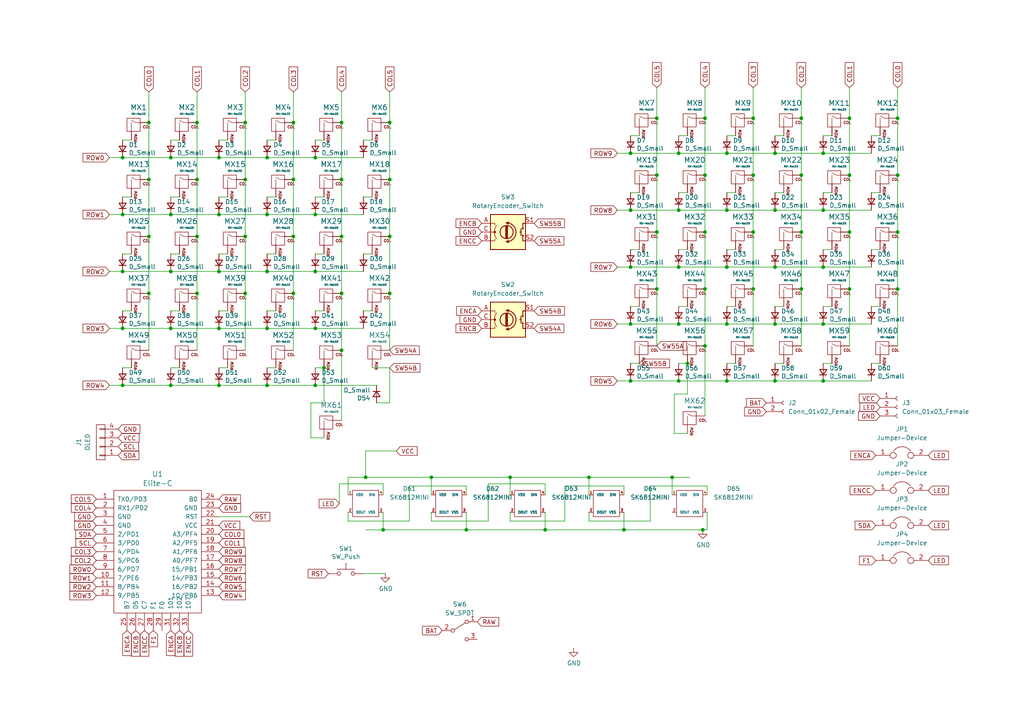
<source format=kicad_sch>
(kicad_sch (version 20211123) (generator eeschema)
  (paper "A4")
  (junction (at 260.35 50.8))
  (junction (at 77.47 62.23))
  (junction (at 85.09 52.07))
  (junction (at 49.53 111.76))
  (junction (at 224.79 60.96))
  (junction (at 194.945 138.43))
  (junction (at 246.38 67.31))
  (junction (at 180.975 153.67))
  (junction (at 147.955 138.43))
  (junction (at 113.03 85.09))
  (junction (at 246.38 50.8))
  (junction (at 210.82 93.98))
  (junction (at 77.47 95.25))
  (junction (at 196.85 60.96))
  (junction (at 71.12 85.09))
  (junction (at 49.53 95.25))
  (junction (at 35.56 111.76))
  (junction (at 77.47 45.72))
  (junction (at 232.41 67.31))
  (junction (at 43.18 35.56))
  (junction (at 260.35 67.31))
  (junction (at 238.76 44.45))
  (junction (at 85.09 68.58))
  (junction (at 63.5 62.23))
  (junction (at 196.85 44.45))
  (junction (at 113.03 68.58))
  (junction (at 204.47 34.29))
  (junction (at 199.39 105.41))
  (junction (at 125.095 138.43))
  (junction (at 63.5 111.76))
  (junction (at 204.47 50.8))
  (junction (at 196.85 77.47))
  (junction (at 35.56 62.23))
  (junction (at 158.115 153.67))
  (junction (at 182.88 60.96))
  (junction (at 35.56 78.74))
  (junction (at 182.88 77.47))
  (junction (at 238.76 93.98))
  (junction (at 190.5 67.31))
  (junction (at 190.5 34.29))
  (junction (at 63.5 95.25))
  (junction (at 63.5 45.72))
  (junction (at 77.47 78.74))
  (junction (at 85.09 85.09))
  (junction (at 35.56 45.72))
  (junction (at 203.835 153.67))
  (junction (at 210.82 110.49))
  (junction (at 182.88 93.98))
  (junction (at 170.815 138.43))
  (junction (at 135.255 153.67))
  (junction (at 113.03 35.56))
  (junction (at 93.98 106.68))
  (junction (at 91.44 111.76))
  (junction (at 91.44 95.25))
  (junction (at 218.44 67.31))
  (junction (at 238.76 110.49))
  (junction (at 49.53 62.23))
  (junction (at 224.79 110.49))
  (junction (at 210.82 77.47))
  (junction (at 71.12 52.07))
  (junction (at 260.35 34.29))
  (junction (at 91.44 45.72))
  (junction (at 260.35 83.82))
  (junction (at 210.82 60.96))
  (junction (at 57.15 85.09))
  (junction (at 71.12 35.56))
  (junction (at 99.06 52.07))
  (junction (at 57.15 35.56))
  (junction (at 43.18 52.07))
  (junction (at 91.44 78.74))
  (junction (at 238.76 60.96))
  (junction (at 77.47 111.76))
  (junction (at 99.06 35.56))
  (junction (at 57.15 52.07))
  (junction (at 218.44 83.82))
  (junction (at 49.53 45.72))
  (junction (at 204.47 83.82))
  (junction (at 196.85 110.49))
  (junction (at 218.44 34.29))
  (junction (at 85.09 35.56))
  (junction (at 182.88 44.45))
  (junction (at 113.03 52.07))
  (junction (at 57.15 68.58))
  (junction (at 232.41 34.29))
  (junction (at 190.5 83.82))
  (junction (at 238.76 77.47))
  (junction (at 196.85 93.98))
  (junction (at 71.12 68.58))
  (junction (at 43.18 85.09))
  (junction (at 99.06 101.6))
  (junction (at 99.06 68.58))
  (junction (at 182.88 110.49))
  (junction (at 91.44 62.23))
  (junction (at 218.44 50.8))
  (junction (at 43.18 68.58))
  (junction (at 224.79 93.98))
  (junction (at 232.41 83.82))
  (junction (at 232.41 50.8))
  (junction (at 204.47 67.31))
  (junction (at 204.47 100.33))
  (junction (at 246.38 83.82))
  (junction (at 224.79 44.45))
  (junction (at 246.38 34.29))
  (junction (at 99.06 85.09))
  (junction (at 49.53 78.74))
  (junction (at 224.79 77.47))
  (junction (at 210.82 44.45))
  (junction (at 111.125 153.67))
  (junction (at 63.5 78.74))
  (junction (at 35.56 95.25))
  (junction (at 106.045 138.43))
  (junction (at 190.5 50.8))
  (wire (pts (xy 194.945 138.43) (xy 194.945 143.51)))
  (wire (pts (xy 43.18 35.56) (xy 43.18 52.07)))
  (wire (pts (xy 35.56 62.23) (xy 49.53 62.23)))
  (wire (pts (xy 90.17 127) (xy 90.17 116.84)))
  (wire (pts (xy 232.41 25.4) (xy 232.41 34.29)))
  (wire (pts (xy 35.56 78.74) (xy 49.53 78.74)))
  (wire (pts (xy 98.425 146.05) (xy 98.425 140.335)))
  (wire (pts (xy 204.47 50.8) (xy 204.47 67.31)))
  (wire (pts (xy 196.85 88.9) (xy 199.39 88.9)))
  (wire (pts (xy 125.095 138.43) (xy 147.955 138.43)))
  (wire (pts (xy 49.53 45.72) (xy 63.5 45.72)))
  (wire (pts (xy 190.5 67.31) (xy 190.5 83.82)))
  (wire (pts (xy 90.17 116.84) (xy 93.98 116.84)))
  (wire (pts (xy 43.18 85.09) (xy 43.18 101.6)))
  (wire (pts (xy 91.44 62.23) (xy 105.41 62.23)))
  (wire (pts (xy 71.12 85.09) (xy 71.12 101.6)))
  (wire (pts (xy 158.115 153.67) (xy 180.975 153.67)))
  (wire (pts (xy 77.47 90.17) (xy 80.01 90.17)))
  (wire (pts (xy 252.73 88.9) (xy 255.27 88.9)))
  (wire (pts (xy 179.07 93.98) (xy 182.88 93.98)))
  (wire (pts (xy 204.47 67.31) (xy 204.47 83.82)))
  (wire (pts (xy 49.53 78.74) (xy 63.5 78.74)))
  (wire (pts (xy 63.5 62.23) (xy 77.47 62.23)))
  (wire (pts (xy 113.03 52.07) (xy 113.03 68.58)))
  (wire (pts (xy 260.35 67.31) (xy 260.35 83.82)))
  (wire (pts (xy 63.5 57.15) (xy 66.04 57.15)))
  (wire (pts (xy 35.56 95.25) (xy 49.53 95.25)))
  (wire (pts (xy 147.955 138.43) (xy 170.815 138.43)))
  (wire (pts (xy 85.09 35.56) (xy 85.09 52.07)))
  (wire (pts (xy 210.82 77.47) (xy 224.79 77.47)))
  (wire (pts (xy 238.76 39.37) (xy 241.3 39.37)))
  (wire (pts (xy 35.56 45.72) (xy 49.53 45.72)))
  (wire (pts (xy 85.09 26.67) (xy 85.09 35.56)))
  (wire (pts (xy 196.85 93.98) (xy 210.82 93.98)))
  (wire (pts (xy 100.965 148.59) (xy 100.965 151.13)))
  (wire (pts (xy 158.115 148.59) (xy 158.115 153.67)))
  (wire (pts (xy 99.06 101.6) (xy 99.06 121.92)))
  (wire (pts (xy 196.85 55.88) (xy 199.39 55.88)))
  (wire (pts (xy 246.38 25.4) (xy 246.38 34.29)))
  (wire (pts (xy 91.44 40.64) (xy 93.98 40.64)))
  (wire (pts (xy 85.09 68.58) (xy 85.09 85.09)))
  (wire (pts (xy 113.03 68.58) (xy 113.03 85.09)))
  (wire (pts (xy 260.35 83.82) (xy 260.35 100.33)))
  (wire (pts (xy 77.47 106.68) (xy 80.01 106.68)))
  (wire (pts (xy 232.41 34.29) (xy 232.41 50.8)))
  (wire (pts (xy 170.815 138.43) (xy 170.815 143.51)))
  (wire (pts (xy 232.41 50.8) (xy 232.41 67.31)))
  (wire (pts (xy 218.44 25.4) (xy 218.44 34.29)))
  (wire (pts (xy 182.88 39.37) (xy 185.42 39.37)))
  (wire (pts (xy 163.83 151.13) (xy 163.83 140.97)))
  (wire (pts (xy 238.76 93.98) (xy 252.73 93.98)))
  (wire (pts (xy 35.56 40.64) (xy 38.1 40.64)))
  (wire (pts (xy 182.88 105.41) (xy 185.42 105.41)))
  (wire (pts (xy 77.47 95.25) (xy 91.44 95.25)))
  (wire (pts (xy 190.5 34.29) (xy 190.5 50.8)))
  (wire (pts (xy 31.75 62.23) (xy 35.56 62.23)))
  (wire (pts (xy 111.125 148.59) (xy 111.125 153.67)))
  (wire (pts (xy 77.47 73.66) (xy 80.01 73.66)))
  (wire (pts (xy 135.255 153.67) (xy 158.115 153.67)))
  (wire (pts (xy 232.41 83.82) (xy 232.41 100.33)))
  (wire (pts (xy 246.38 34.29) (xy 246.38 50.8)))
  (wire (pts (xy 182.88 93.98) (xy 196.85 93.98)))
  (wire (pts (xy 188.595 140.97) (xy 205.105 140.97)))
  (wire (pts (xy 182.88 60.96) (xy 196.85 60.96)))
  (wire (pts (xy 238.76 77.47) (xy 252.73 77.47)))
  (wire (pts (xy 91.44 111.76) (xy 109.22 111.76)))
  (wire (pts (xy 205.105 148.59) (xy 205.105 153.67)))
  (wire (pts (xy 57.15 52.07) (xy 57.15 68.58)))
  (wire (pts (xy 113.03 106.68) (xy 107.95 106.68)))
  (wire (pts (xy 224.79 88.9) (xy 227.33 88.9)))
  (wire (pts (xy 224.79 44.45) (xy 238.76 44.45)))
  (wire (pts (xy 31.75 95.25) (xy 35.56 95.25)))
  (wire (pts (xy 49.53 111.76) (xy 63.5 111.76)))
  (wire (pts (xy 190.5 25.4) (xy 190.5 34.29)))
  (wire (pts (xy 125.095 138.43) (xy 125.095 143.51)))
  (wire (pts (xy 57.15 35.56) (xy 57.15 52.07)))
  (wire (pts (xy 77.47 57.15) (xy 80.01 57.15)))
  (wire (pts (xy 238.76 55.88) (xy 241.3 55.88)))
  (wire (pts (xy 199.39 105.41) (xy 199.39 114.3)))
  (wire (pts (xy 91.44 45.72) (xy 105.41 45.72)))
  (wire (pts (xy 180.975 140.97) (xy 180.975 143.51)))
  (wire (pts (xy 113.03 26.67) (xy 113.03 35.56)))
  (wire (pts (xy 141.605 151.13) (xy 141.605 140.335)))
  (wire (pts (xy 57.15 85.09) (xy 57.15 101.6)))
  (wire (pts (xy 106.045 153.67) (xy 111.125 153.67)))
  (wire (pts (xy 77.47 111.76) (xy 91.44 111.76)))
  (wire (pts (xy 182.88 72.39) (xy 185.42 72.39)))
  (wire (pts (xy 35.56 57.15) (xy 38.1 57.15)))
  (wire (pts (xy 182.88 44.45) (xy 196.85 44.45)))
  (wire (pts (xy 91.44 73.66) (xy 93.98 73.66)))
  (wire (pts (xy 49.53 40.64) (xy 52.07 40.64)))
  (wire (pts (xy 179.07 44.45) (xy 182.88 44.45)))
  (wire (pts (xy 105.41 73.66) (xy 107.95 73.66)))
  (wire (pts (xy 43.18 68.58) (xy 43.18 85.09)))
  (wire (pts (xy 180.975 148.59) (xy 180.975 153.67)))
  (wire (pts (xy 232.41 67.31) (xy 232.41 83.82)))
  (wire (pts (xy 49.53 106.68) (xy 52.07 106.68)))
  (wire (pts (xy 204.47 83.82) (xy 204.47 100.33)))
  (wire (pts (xy 210.82 39.37) (xy 213.36 39.37)))
  (wire (pts (xy 93.98 116.84) (xy 93.98 106.68)))
  (wire (pts (xy 63.5 78.74) (xy 77.47 78.74)))
  (wire (pts (xy 98.425 140.335) (xy 111.125 140.335)))
  (wire (pts (xy 147.955 151.13) (xy 163.83 151.13)))
  (wire (pts (xy 35.56 106.68) (xy 38.1 106.68)))
  (wire (pts (xy 158.115 140.335) (xy 158.115 143.51)))
  (wire (pts (xy 204.47 34.29) (xy 204.47 50.8)))
  (wire (pts (xy 196.85 39.37) (xy 199.39 39.37)))
  (wire (pts (xy 210.82 60.96) (xy 224.79 60.96)))
  (wire (pts (xy 190.5 83.82) (xy 190.5 100.33)))
  (wire (pts (xy 196.85 105.41) (xy 199.39 105.41)))
  (wire (pts (xy 252.73 55.88) (xy 255.27 55.88)))
  (wire (pts (xy 179.07 110.49) (xy 182.88 110.49)))
  (wire (pts (xy 210.82 88.9) (xy 213.36 88.9)))
  (wire (pts (xy 238.76 105.41) (xy 241.3 105.41)))
  (wire (pts (xy 63.5 95.25) (xy 77.47 95.25)))
  (wire (pts (xy 93.98 127) (xy 90.17 127)))
  (wire (pts (xy 63.5 149.86) (xy 72.39 149.86)))
  (wire (pts (xy 179.07 60.96) (xy 182.88 60.96)))
  (wire (pts (xy 195.58 125.73) (xy 199.39 125.73)))
  (wire (pts (xy 238.76 44.45) (xy 252.73 44.45)))
  (wire (pts (xy 71.12 52.07) (xy 71.12 68.58)))
  (wire (pts (xy 218.44 83.82) (xy 218.44 100.33)))
  (wire (pts (xy 49.53 62.23) (xy 63.5 62.23)))
  (wire (pts (xy 252.73 39.37) (xy 255.27 39.37)))
  (wire (pts (xy 105.41 57.15) (xy 107.95 57.15)))
  (wire (pts (xy 77.47 40.64) (xy 80.01 40.64)))
  (wire (pts (xy 99.06 68.58) (xy 99.06 85.09)))
  (wire (pts (xy 49.53 73.66) (xy 52.07 73.66)))
  (wire (pts (xy 49.53 95.25) (xy 63.5 95.25)))
  (wire (pts (xy 63.5 90.17) (xy 66.04 90.17)))
  (wire (pts (xy 43.18 52.07) (xy 43.18 68.58)))
  (wire (pts (xy 210.82 72.39) (xy 213.36 72.39)))
  (wire (pts (xy 210.82 110.49) (xy 224.79 110.49)))
  (wire (pts (xy 260.35 25.4) (xy 260.35 34.29)))
  (wire (pts (xy 182.88 77.47) (xy 196.85 77.47)))
  (wire (pts (xy 210.82 44.45) (xy 224.79 44.45)))
  (wire (pts (xy 163.83 140.97) (xy 180.975 140.97)))
  (wire (pts (xy 125.095 148.59) (xy 125.095 151.13)))
  (wire (pts (xy 91.44 57.15) (xy 93.98 57.15)))
  (wire (pts (xy 57.15 26.67) (xy 57.15 35.56)))
  (wire (pts (xy 246.38 83.82) (xy 246.38 100.33)))
  (wire (pts (xy 238.76 60.96) (xy 252.73 60.96)))
  (wire (pts (xy 63.5 73.66) (xy 66.04 73.66)))
  (wire (pts (xy 179.07 77.47) (xy 182.88 77.47)))
  (wire (pts (xy 218.44 50.8) (xy 218.44 67.31)))
  (wire (pts (xy 210.82 105.41) (xy 213.36 105.41)))
  (wire (pts (xy 190.5 50.8) (xy 190.5 67.31)))
  (wire (pts (xy 224.79 55.88) (xy 227.33 55.88)))
  (wire (pts (xy 224.79 110.49) (xy 238.76 110.49)))
  (wire (pts (xy 35.56 90.17) (xy 38.1 90.17)))
  (wire (pts (xy 71.12 35.56) (xy 71.12 52.07)))
  (wire (pts (xy 105.41 90.17) (xy 107.95 90.17)))
  (wire (pts (xy 194.945 138.43) (xy 200.025 138.43)))
  (wire (pts (xy 31.75 45.72) (xy 35.56 45.72)))
  (wire (pts (xy 99.06 35.56) (xy 99.06 52.07)))
  (wire (pts (xy 99.06 26.67) (xy 99.06 35.56)))
  (wire (pts (xy 77.47 78.74) (xy 91.44 78.74)))
  (wire (pts (xy 85.09 52.07) (xy 85.09 68.58)))
  (wire (pts (xy 260.35 50.8) (xy 260.35 67.31)))
  (wire (pts (xy 125.095 151.13) (xy 141.605 151.13)))
  (wire (pts (xy 170.815 148.59) (xy 170.815 151.13)))
  (wire (pts (xy 204.47 25.4) (xy 204.47 34.29)))
  (wire (pts (xy 49.53 57.15) (xy 52.07 57.15)))
  (wire (pts (xy 135.255 140.97) (xy 135.255 143.51)))
  (wire (pts (xy 182.88 110.49) (xy 196.85 110.49)))
  (wire (pts (xy 195.58 125.73) (xy 195.58 114.3)))
  (wire (pts (xy 224.79 105.41) (xy 227.33 105.41)))
  (wire (pts (xy 147.955 148.59) (xy 147.955 151.13)))
  (wire (pts (xy 252.73 105.41) (xy 255.27 105.41)))
  (wire (pts (xy 113.03 116.84) (xy 109.22 116.84)))
  (wire (pts (xy 246.38 50.8) (xy 246.38 67.31)))
  (wire (pts (xy 224.79 77.47) (xy 238.76 77.47)))
  (wire (pts (xy 205.105 140.97) (xy 205.105 143.51)))
  (wire (pts (xy 99.06 85.09) (xy 99.06 101.6)))
  (wire (pts (xy 49.53 90.17) (xy 52.07 90.17)))
  (wire (pts (xy 100.965 138.43) (xy 106.045 138.43)))
  (wire (pts (xy 118.745 140.97) (xy 135.255 140.97)))
  (wire (pts (xy 246.38 67.31) (xy 246.38 83.82)))
  (wire (pts (xy 141.605 140.335) (xy 158.115 140.335)))
  (wire (pts (xy 196.85 77.47) (xy 210.82 77.47)))
  (wire (pts (xy 180.975 153.67) (xy 203.835 153.67)))
  (wire (pts (xy 118.745 151.13) (xy 118.745 140.97)))
  (wire (pts (xy 111.125 153.67) (xy 135.255 153.67)))
  (wire (pts (xy 31.75 111.76) (xy 35.56 111.76)))
  (wire (pts (xy 224.79 72.39) (xy 227.33 72.39)))
  (wire (pts (xy 203.835 153.67) (xy 205.105 153.67)))
  (wire (pts (xy 63.5 45.72) (xy 77.47 45.72)))
  (wire (pts (xy 57.15 68.58) (xy 57.15 85.09)))
  (wire (pts (xy 113.03 85.09) (xy 113.03 101.6)))
  (wire (pts (xy 218.44 34.29) (xy 218.44 50.8)))
  (wire (pts (xy 210.82 93.98) (xy 224.79 93.98)))
  (wire (pts (xy 63.5 111.76) (xy 77.47 111.76)))
  (wire (pts (xy 105.41 166.37) (xy 111.76 166.37)))
  (wire (pts (xy 147.955 138.43) (xy 147.955 143.51)))
  (wire (pts (xy 170.815 138.43) (xy 194.945 138.43)))
  (wire (pts (xy 196.85 44.45) (xy 210.82 44.45)))
  (wire (pts (xy 260.35 34.29) (xy 260.35 50.8)))
  (wire (pts (xy 91.44 95.25) (xy 105.41 95.25)))
  (wire (pts (xy 196.85 72.39) (xy 199.39 72.39)))
  (wire (pts (xy 63.5 106.68) (xy 66.04 106.68)))
  (wire (pts (xy 106.045 130.81) (xy 106.045 138.43)))
  (wire (pts (xy 196.85 110.49) (xy 210.82 110.49)))
  (wire (pts (xy 135.255 148.59) (xy 135.255 153.67)))
  (wire (pts (xy 31.75 78.74) (xy 35.56 78.74)))
  (wire (pts (xy 170.815 151.13) (xy 188.595 151.13)))
  (wire (pts (xy 238.76 88.9) (xy 241.3 88.9)))
  (wire (pts (xy 182.88 88.9) (xy 185.42 88.9)))
  (wire (pts (xy 182.88 55.88) (xy 185.42 55.88)))
  (wire (pts (xy 252.73 72.39) (xy 255.27 72.39)))
  (wire (pts (xy 77.47 62.23) (xy 91.44 62.23)))
  (wire (pts (xy 77.47 45.72) (xy 91.44 45.72)))
  (wire (pts (xy 188.595 151.13) (xy 188.595 140.97)))
  (wire (pts (xy 195.58 114.3) (xy 199.39 114.3)))
  (wire (pts (xy 100.965 143.51) (xy 100.965 138.43)))
  (wire (pts (xy 85.09 85.09) (xy 85.09 101.6)))
  (wire (pts (xy 204.47 100.33) (xy 204.47 120.65)))
  (wire (pts (xy 224.79 39.37) (xy 227.33 39.37)))
  (wire (pts (xy 35.56 111.76) (xy 49.53 111.76)))
  (wire (pts (xy 43.18 26.67) (xy 43.18 35.56)))
  (wire (pts (xy 224.79 60.96) (xy 238.76 60.96)))
  (wire (pts (xy 71.12 26.67) (xy 71.12 35.56)))
  (wire (pts (xy 224.79 93.98) (xy 238.76 93.98)))
  (wire (pts (xy 91.44 90.17) (xy 93.98 90.17)))
  (wire (pts (xy 35.56 73.66) (xy 38.1 73.66)))
  (wire (pts (xy 113.03 106.68) (xy 113.03 116.84)))
  (wire (pts (xy 71.12 68.58) (xy 71.12 85.09)))
  (wire (pts (xy 218.44 67.31) (xy 218.44 83.82)))
  (wire (pts (xy 91.44 78.74) (xy 105.41 78.74)))
  (wire (pts (xy 100.965 151.13) (xy 118.745 151.13)))
  (wire (pts (xy 238.76 72.39) (xy 241.3 72.39)))
  (wire (pts (xy 63.5 40.64) (xy 66.04 40.64)))
  (wire (pts (xy 91.44 106.68) (xy 93.98 106.68)))
  (wire (pts (xy 99.06 52.07) (xy 99.06 68.58)))
  (wire (pts (xy 113.03 35.56) (xy 113.03 52.07)))
  (wire (pts (xy 105.41 40.64) (xy 107.95 40.64)))
  (wire (pts (xy 238.76 110.49) (xy 252.73 110.49)))
  (wire (pts (xy 114.935 130.81) (xy 106.045 130.81)))
  (wire (pts (xy 106.045 138.43) (xy 125.095 138.43)))
  (wire (pts (xy 210.82 55.88) (xy 213.36 55.88)))
  (wire (pts (xy 196.85 60.96) (xy 210.82 60.96)))
  (wire (pts (xy 111.125 140.335) (xy 111.125 143.51)))
  (global_label "RAW" (shape input) (at 138.43 180.34 0) (property "Intersheet References" "${INTERSHEET_REFS}" (effects hide)))
  (global_label "GND" (shape input) (at 255.27 120.65 180) (property "Intersheet References" "${INTERSHEET_REFS}" (effects hide)))
  (global_label "SW55A" (shape input) (at 154.94 69.85 0) (property "Intersheet References" "${INTERSHEET_REFS}" (effects hide)))
  (global_label "ENCC" (shape input) (at 139.7 69.85 180) (property "Intersheet References" "${INTERSHEET_REFS}" (effects hide)))
  (global_label "LED" (shape input) (at 269.24 162.56 0) (property "Intersheet References" "${INTERSHEET_REFS}" (effects hide)))
  (global_label "ROW1" (shape input) (at 27.94 167.64 180) (property "Intersheet References" "${INTERSHEET_REFS}" (effects hide)))
  (global_label "ROW3" (shape input) (at 31.75 95.25 180) (property "Intersheet References" "${INTERSHEET_REFS}" (effects hide)))
  (global_label "COL1" (shape input) (at 246.38 25.4 90) (property "Intersheet References" "${INTERSHEET_REFS}" (effects hide)))
  (global_label "GND" (shape input) (at 27.94 149.86 180) (property "Intersheet References" "${INTERSHEET_REFS}" (effects hide)))
  (global_label "SCL" (shape input) (at 34.29 129.54 0) (property "Intersheet References" "${INTERSHEET_REFS}" (effects hide)))
  (global_label "ENCA" (shape input) (at 139.7 90.17 180) (property "Intersheet References" "${INTERSHEET_REFS}" (effects hide)))
  (global_label "GND" (shape input) (at 222.25 119.38 180) (property "Intersheet References" "${INTERSHEET_REFS}" (effects hide)))
  (global_label "VCC" (shape input) (at 34.29 127 0) (property "Intersheet References" "${INTERSHEET_REFS}" (effects hide)))
  (global_label "SDA" (shape input) (at 27.94 154.94 180) (property "Intersheet References" "${INTERSHEET_REFS}" (effects hide)))
  (global_label "ENCC" (shape input) (at 54.61 182.88 270) (property "Intersheet References" "${INTERSHEET_REFS}" (effects hide)))
  (global_label "LED" (shape input) (at 98.425 146.05 180) (property "Intersheet References" "${INTERSHEET_REFS}" (effects hide)))
  (global_label "SDA" (shape input) (at 254 152.4 180) (property "Intersheet References" "${INTERSHEET_REFS}" (effects hide)))
  (global_label "COL1" (shape input) (at 63.5 157.48 0) (property "Intersheet References" "${INTERSHEET_REFS}" (effects hide)))
  (global_label "COL0" (shape input) (at 63.5 154.94 0) (property "Intersheet References" "${INTERSHEET_REFS}" (effects hide)))
  (global_label "RST" (shape input) (at 95.25 166.37 180) (property "Intersheet References" "${INTERSHEET_REFS}" (effects hide)))
  (global_label "VCC" (shape input) (at 114.935 130.81 0) (property "Intersheet References" "${INTERSHEET_REFS}" (effects hide)))
  (global_label "COL5" (shape input) (at 190.5 25.4 90) (property "Intersheet References" "${INTERSHEET_REFS}" (effects hide)))
  (global_label "ROW4" (shape input) (at 31.75 111.76 180) (property "Intersheet References" "${INTERSHEET_REFS}" (effects hide)))
  (global_label "SW55B" (shape input) (at 185.42 105.41 0) (property "Intersheet References" "${INTERSHEET_REFS}" (effects hide)))
  (global_label "ROW1" (shape input) (at 31.75 62.23 180) (property "Intersheet References" "${INTERSHEET_REFS}" (effects hide)))
  (global_label "BAT" (shape input) (at 222.25 116.84 180) (property "Intersheet References" "${INTERSHEET_REFS}" (effects hide)))
  (global_label "COL3" (shape input) (at 27.94 160.02 180) (property "Intersheet References" "${INTERSHEET_REFS}" (effects hide)))
  (global_label "ENCB" (shape input) (at 139.7 64.77 180) (property "Intersheet References" "${INTERSHEET_REFS}" (effects hide)))
  (global_label "LED" (shape input) (at 269.24 152.4 0) (property "Intersheet References" "${INTERSHEET_REFS}" (effects hide)))
  (global_label "ENCC" (shape input) (at 254 142.24 180) (property "Intersheet References" "${INTERSHEET_REFS}" (effects hide)))
  (global_label "GND" (shape input) (at 27.94 152.4 180) (property "Intersheet References" "${INTERSHEET_REFS}" (effects hide)))
  (global_label "SW55B" (shape input) (at 154.94 64.77 0) (property "Intersheet References" "${INTERSHEET_REFS}" (effects hide)))
  (global_label "F1" (shape input) (at 254 162.56 180) (property "Intersheet References" "${INTERSHEET_REFS}" (effects hide)))
  (global_label "LED" (shape input) (at 255.27 118.11 180) (property "Intersheet References" "${INTERSHEET_REFS}" (effects hide)))
  (global_label "SW54A" (shape input) (at 154.94 95.25 0) (property "Intersheet References" "${INTERSHEET_REFS}" (effects hide)))
  (global_label "SW55A" (shape input) (at 190.5 100.33 0) (property "Intersheet References" "${INTERSHEET_REFS}" (effects hide)))
  (global_label "ROW9" (shape input) (at 63.5 160.02 0) (property "Intersheet References" "${INTERSHEET_REFS}" (effects hide)))
  (global_label "ROW0" (shape input) (at 31.75 45.72 180) (property "Intersheet References" "${INTERSHEET_REFS}" (effects hide)))
  (global_label "ROW5" (shape input) (at 63.5 170.18 0) (property "Intersheet References" "${INTERSHEET_REFS}" (effects hide)))
  (global_label "ROW6" (shape input) (at 179.07 93.98 180) (property "Intersheet References" "${INTERSHEET_REFS}" (effects hide)))
  (global_label "RAW" (shape input) (at 63.5 144.78 0) (property "Intersheet References" "${INTERSHEET_REFS}" (effects hide)))
  (global_label "ROW4" (shape input) (at 63.5 172.72 0) (property "Intersheet References" "${INTERSHEET_REFS}" (effects hide)))
  (global_label "BAT" (shape input) (at 128.27 182.88 180) (property "Intersheet References" "${INTERSHEET_REFS}" (effects hide)))
  (global_label "ROW7" (shape input) (at 179.07 77.47 180) (property "Intersheet References" "${INTERSHEET_REFS}" (effects hide)))
  (global_label "RST" (shape input) (at 72.39 149.86 0) (property "Intersheet References" "${INTERSHEET_REFS}" (effects hide)))
  (global_label "ROW8" (shape input) (at 63.5 162.56 0) (property "Intersheet References" "${INTERSHEET_REFS}" (effects hide)))
  (global_label "LED" (shape input) (at 269.24 132.08 0) (property "Intersheet References" "${INTERSHEET_REFS}" (effects hide)))
  (global_label "SW54A" (shape input) (at 113.03 101.6 0) (property "Intersheet References" "${INTERSHEET_REFS}" (effects hide)))
  (global_label "COL2" (shape input) (at 71.12 26.67 90) (property "Intersheet References" "${INTERSHEET_REFS}" (effects hide)))
  (global_label "ROW5" (shape input) (at 179.07 110.49 180) (property "Intersheet References" "${INTERSHEET_REFS}" (effects hide)))
  (global_label "COL5" (shape input) (at 113.03 26.67 90) (property "Intersheet References" "${INTERSHEET_REFS}" (effects hide)))
  (global_label "ENCB" (shape input) (at 139.7 95.25 180) (property "Intersheet References" "${INTERSHEET_REFS}" (effects hide)))
  (global_label "COL0" (shape input) (at 260.35 25.4 90) (property "Intersheet References" "${INTERSHEET_REFS}" (effects hide)))
  (global_label "COL0" (shape input) (at 43.18 26.67 90) (property "Intersheet References" "${INTERSHEET_REFS}" (effects hide)))
  (global_label "ROW8" (shape input) (at 179.07 60.96 180) (property "Intersheet References" "${INTERSHEET_REFS}" (effects hide)))
  (global_label "F1" (shape input) (at 44.45 182.88 270) (property "Intersheet References" "${INTERSHEET_REFS}" (effects hide)))
  (global_label "COL4" (shape input) (at 99.06 26.67 90) (property "Intersheet References" "${INTERSHEET_REFS}" (effects hide)))
  (global_label "ENCA" (shape input) (at 49.53 182.88 270) (property "Intersheet References" "${INTERSHEET_REFS}" (effects hide)))
  (global_label "ENCB" (shape input) (at 52.07 182.88 270) (property "Intersheet References" "${INTERSHEET_REFS}" (effects hide)))
  (global_label "ENCC" (shape input) (at 41.91 182.88 270) (property "Intersheet References" "${INTERSHEET_REFS}" (effects hide)))
  (global_label "COL1" (shape input) (at 57.15 26.67 90) (property "Intersheet References" "${INTERSHEET_REFS}" (effects hide)))
  (global_label "SCL" (shape input) (at 27.94 157.48 180) (property "Intersheet References" "${INTERSHEET_REFS}" (effects hide)))
  (global_label "ENCB" (shape input) (at 39.37 182.88 270) (property "Intersheet References" "${INTERSHEET_REFS}" (effects hide)))
  (global_label "COL2" (shape input) (at 27.94 162.56 180) (property "Intersheet References" "${INTERSHEET_REFS}" (effects hide)))
  (global_label "COL3" (shape input) (at 218.44 25.4 90) (property "Intersheet References" "${INTERSHEET_REFS}" (effects hide)))
  (global_label "COL4" (shape input) (at 204.47 25.4 90) (property "Intersheet References" "${INTERSHEET_REFS}" (effects hide)))
  (global_label "ROW0" (shape input) (at 27.94 165.1 180) (property "Intersheet References" "${INTERSHEET_REFS}" (effects hide)))
  (global_label "ROW2" (shape input) (at 31.75 78.74 180) (property "Intersheet References" "${INTERSHEET_REFS}" (effects hide)))
  (global_label "ROW2" (shape input) (at 27.94 170.18 180) (property "Intersheet References" "${INTERSHEET_REFS}" (effects hide)))
  (global_label "GND" (shape input) (at 63.5 147.32 0) (property "Intersheet References" "${INTERSHEET_REFS}" (effects hide)))
  (global_label "SDA" (shape input) (at 34.29 132.08 0) (property "Intersheet References" "${INTERSHEET_REFS}" (effects hide)))
  (global_label "COL5" (shape input) (at 27.94 144.78 180) (property "Intersheet References" "${INTERSHEET_REFS}" (effects hide)))
  (global_label "ENCA" (shape input) (at 36.83 182.88 270) (property "Intersheet References" "${INTERSHEET_REFS}" (effects hide)))
  (global_label "GND" (shape input) (at 139.7 92.71 180) (property "Intersheet References" "${INTERSHEET_REFS}" (effects hide)))
  (global_label "ROW3" (shape input) (at 27.94 172.72 180) (property "Intersheet References" "${INTERSHEET_REFS}" (effects hide)))
  (global_label "LED" (shape input) (at 269.24 142.24 0) (property "Intersheet References" "${INTERSHEET_REFS}" (effects hide)))
  (global_label "COL4" (shape input) (at 27.94 147.32 180) (property "Intersheet References" "${INTERSHEET_REFS}" (effects hide)))
  (global_label "VCC" (shape input) (at 255.27 115.57 180) (property "Intersheet References" "${INTERSHEET_REFS}" (effects hide)))
  (global_label "ROW6" (shape input) (at 63.5 167.64 0) (property "Intersheet References" "${INTERSHEET_REFS}" (effects hide)))
  (global_label "VCC" (shape input) (at 63.5 152.4 0) (property "Intersheet References" "${INTERSHEET_REFS}" (effects hide)))
  (global_label "ROW7" (shape input) (at 63.5 165.1 0) (property "Intersheet References" "${INTERSHEET_REFS}" (effects hide)))
  (global_label "GND" (shape input) (at 34.29 124.46 0) (property "Intersheet References" "${INTERSHEET_REFS}" (effects hide)))
  (global_label "COL3" (shape input) (at 85.09 26.67 90) (property "Intersheet References" "${INTERSHEET_REFS}" (effects hide)))
  (global_label "SW54B" (shape input) (at 154.94 90.17 0) (property "Intersheet References" "${INTERSHEET_REFS}" (effects hide)))
  (global_label "COL2" (shape input) (at 232.41 25.4 90) (property "Intersheet References" "${INTERSHEET_REFS}" (effects hide)))
  (global_label "GND" (shape input) (at 139.7 67.31 180) (property "Intersheet References" "${INTERSHEET_REFS}" (effects hide)))
  (global_label "SW54B" (shape input) (at 113.03 106.68 0) (property "Intersheet References" "${INTERSHEET_REFS}" (effects hide)))
  (global_label "ROW9" (shape input) (at 179.07 44.45 180) (property "Intersheet References" "${INTERSHEET_REFS}" (effects hide)))
  (global_label "ENCA" (shape input) (at 254 132.08 180) (property "Intersheet References" "${INTERSHEET_REFS}" (effects hide)))
  (symbol (lib_id "atreyu-pcb2:SK6812MINI_LED") (at 130.175 146.05 0) (unit 1)
    (property "Reference" "D62" (at 142.875 141.7193 0))
    (property "Value" "SK6812MINI" (at 142.875 144.2593 0))
    (property "Footprint" "footprints:YS-SK6812MINI-E" (effects hide))
    (property "Datasheet" "https://cdn-shop.adafruit.com/product-files/2686/SK6812MINI_REV.01-1-2.pdf" (effects hide))
  )
  (symbol (lib_id "Device:D_Small") (at 182.88 107.95 90) (unit 1)
    (property "Reference" "D55" (at 184.658 106.7816 90) (effects (justify right)))
    (property "Value" "D_Small" (at 184.658 109.093 90) (effects (justify right)))
    (property "Footprint" "footprints:D3_hybrid_common_hole_connected_fix" (effects hide))
  )
  (symbol (lib_id "atreyu-pcb2:SK6812MINI_LED") (at 106.045 146.05 0) (unit 1)
    (property "Reference" "D61" (at 118.745 141.7193 0))
    (property "Value" "SK6812MINI" (at 118.745 144.2593 0))
    (property "Footprint" "footprints:YS-SK6812MINI-E" (effects hide))
    (property "Datasheet" "https://cdn-shop.adafruit.com/product-files/2686/SK6812MINI_REV.01-1-2.pdf" (effects hide))
  )
  (symbol (lib_id "Device:D_Small") (at 238.76 58.42 90) (unit 1)
    (property "Reference" "D23" (at 240.538 57.2516 90) (effects (justify right)))
    (property "Value" "D_Small" (at 240.538 59.563 90) (effects (justify right)))
    (property "Footprint" "footprints:D3_hybrid_common_hole_connected_fix" (effects hide))
  )
  (symbol (lib_id "Device:D_Small") (at 224.79 41.91 90) (unit 1)
    (property "Reference" "D10" (at 226.568 40.7416 90) (effects (justify right)))
    (property "Value" "D_Small" (at 226.568 43.053 90) (effects (justify right)))
    (property "Footprint" "footprints:D3_hybrid_common_hole_connected_fix" (effects hide))
  )
  (symbol (lib_id "Device:D_Small") (at 252.73 74.93 90) (unit 1)
    (property "Reference" "D36" (at 254.508 73.7616 90) (effects (justify right)))
    (property "Value" "D_Small" (at 254.508 76.073 90) (effects (justify right)))
    (property "Footprint" "footprints:D3_hybrid_common_hole_connected_fix" (effects hide))
  )
  (symbol (lib_id "MX_Alps_Hybrid:MX-NoLED") (at 186.69 68.58 0) (unit 1)
    (property "Reference" "MX31" (at 187.5282 62.9158 0) (effects (font (size 1.524 1.524))))
    (property "Value" "MX-NoLED" (at 187.5282 64.7954 0) (effects (font (size 0.508 0.508))))
    (property "Footprint" "footprints:Choc_Hotswap_Solder_18x17" (effects hide))
  )
  (symbol (lib_id "Device:D_Small") (at 91.44 92.71 90) (unit 1)
    (property "Reference" "D41" (at 93.218 91.5416 90) (effects (justify right)))
    (property "Value" "D_Small" (at 93.218 93.853 90) (effects (justify right)))
    (property "Footprint" "footprints:D3_hybrid_common_hole_connected_fix" (effects hide))
  )
  (symbol (lib_id "Device:D_Small") (at 35.56 76.2 90) (unit 1)
    (property "Reference" "D25" (at 37.338 75.0316 90) (effects (justify right)))
    (property "Value" "D_Small" (at 37.338 77.343 90) (effects (justify right)))
    (property "Footprint" "footprints:D3_hybrid_common_hole_connected_fix" (effects hide))
  )
  (symbol (lib_id "MX_Alps_Hybrid:MX-NoLED") (at 81.28 36.83 0) (unit 1)
    (property "Reference" "MX4" (at 82.1182 31.1658 0) (effects (font (size 1.524 1.524))))
    (property "Value" "MX-NoLED" (at 82.1182 33.0454 0) (effects (font (size 0.508 0.508))))
    (property "Footprint" "footprints:Choc_Hotswap_Solder_18x17" (effects hide))
  )
  (symbol (lib_id "MX_Alps_Hybrid:MX-NoLED") (at 242.57 68.58 0) (unit 1)
    (property "Reference" "MX35" (at 243.4082 62.9158 0) (effects (font (size 1.524 1.524))))
    (property "Value" "MX-NoLED" (at 243.4082 64.7954 0) (effects (font (size 0.508 0.508))))
    (property "Footprint" "footprints:Choc_Hotswap_Solder_18x17" (effects hide))
  )
  (symbol (lib_id "MX_Alps_Hybrid:MX-NoLED") (at 95.25 86.36 0) (unit 1)
    (property "Reference" "MX41" (at 96.0882 80.6958 0) (effects (font (size 1.524 1.524))))
    (property "Value" "MX-NoLED" (at 96.0882 82.5754 0) (effects (font (size 0.508 0.508))))
    (property "Footprint" "footprints:Choc_Hotswap_Solder_18x17" (effects hide))
  )
  (symbol (lib_id "MX_Alps_Hybrid:MX-NoLED") (at 186.69 85.09 0) (unit 1)
    (property "Reference" "MX43" (at 187.5282 79.4258 0) (effects (font (size 1.524 1.524))))
    (property "Value" "MX-NoLED" (at 187.5282 81.3054 0) (effects (font (size 0.508 0.508))))
    (property "Footprint" "footprints:Choc_Hotswap_Solder_18x17" (effects hide))
  )
  (symbol (lib_id "Device:D_Small") (at 91.44 43.18 90) (unit 1)
    (property "Reference" "D5" (at 93.218 42.0116 90) (effects (justify right)))
    (property "Value" "D_Small" (at 93.218 44.323 90) (effects (justify right)))
    (property "Footprint" "footprints:D3_hybrid_common_hole_connected_fix" (effects hide))
  )
  (symbol (lib_id "SouffleKeyboard-rescue:Jumper-Device") (at 261.62 132.08 0) (unit 1)
    (property "Reference" "JP1" (at 261.62 124.46 0))
    (property "Value" "Jumper-Device" (at 261.62 127 0))
    (property "Footprint" "Jumper:SolderJumper-2_P1.3mm_Open_RoundedPad1.0x1.5mm" (effects hide))
  )
  (symbol (lib_id "Device:D_Small") (at 63.5 76.2 90) (unit 1)
    (property "Reference" "D27" (at 65.278 75.0316 90) (effects (justify right)))
    (property "Value" "D_Small" (at 65.278 77.343 90) (effects (justify right)))
    (property "Footprint" "footprints:D3_hybrid_common_hole_connected_fix" (effects hide))
  )
  (symbol (lib_id "MX_Alps_Hybrid:MX-NoLED") (at 214.63 68.58 0) (unit 1)
    (property "Reference" "MX33" (at 215.4682 62.9158 0) (effects (font (size 1.524 1.524))))
    (property "Value" "MX-NoLED" (at 215.4682 64.7954 0) (effects (font (size 0.508 0.508))))
    (property "Footprint" "footprints:Choc_Hotswap_Solder_18x17" (effects hide))
  )
  (symbol (lib_id "SouffleKeyboard-rescue:OLED-Lily58-cache") (at 29.21 128.27 180) (unit 1)
    (property "Reference" "J1" (at 22.86 128.27 90))
    (property "Value" "OLED" (at 25.4 128.27 90))
    (property "Footprint" "Connector_PinHeader_2.54mm:PinHeader_1x04_P2.54mm_Vertical" (effects hide))
  )
  (symbol (lib_id "Device:D_Small") (at 238.76 91.44 90) (unit 1)
    (property "Reference" "D47" (at 240.538 90.2716 90) (effects (justify right)))
    (property "Value" "D_Small" (at 240.538 92.583 90) (effects (justify right)))
    (property "Footprint" "footprints:D3_hybrid_common_hole_connected_fix" (effects hide))
  )
  (symbol (lib_id "Device:D_Small") (at 238.76 41.91 90) (unit 1)
    (property "Reference" "D11" (at 240.538 40.7416 90) (effects (justify right)))
    (property "Value" "D_Small" (at 240.538 43.053 90) (effects (justify right)))
    (property "Footprint" "footprints:D3_hybrid_common_hole_connected_fix" (effects hide))
  )
  (symbol (lib_id "MX_Alps_Hybrid:MX-NoLED") (at 67.31 36.83 0) (unit 1)
    (property "Reference" "MX3" (at 68.1482 31.1658 0) (effects (font (size 1.524 1.524))))
    (property "Value" "MX-NoLED" (at 68.1482 33.0454 0) (effects (font (size 0.508 0.508))))
    (property "Footprint" "footprints:Choc_Hotswap_Solder_18x17" (effects hide))
  )
  (symbol (lib_id "Device:D_Small") (at 252.73 41.91 90) (unit 1)
    (property "Reference" "D12" (at 254.508 40.7416 90) (effects (justify right)))
    (property "Value" "D_Small" (at 254.508 43.053 90) (effects (justify right)))
    (property "Footprint" "footprints:D3_hybrid_common_hole_connected_fix" (effects hide))
  )
  (symbol (lib_id "MX_Alps_Hybrid:MX-NoLED") (at 214.63 101.6 0) (unit 1)
    (property "Reference" "MX57" (at 215.4682 95.9358 0) (effects (font (size 1.524 1.524))))
    (property "Value" "MX-NoLED" (at 215.4682 97.8154 0) (effects (font (size 0.508 0.508))))
    (property "Footprint" "footprints:Choc_Hotswap_Solder_18x17" (effects hide))
  )
  (symbol (lib_id "MX_Alps_Hybrid:MX-NoLED") (at 53.34 53.34 0) (unit 1)
    (property "Reference" "MX14" (at 54.1782 47.6758 0) (effects (font (size 1.524 1.524))))
    (property "Value" "MX-NoLED" (at 54.1782 49.5554 0) (effects (font (size 0.508 0.508))))
    (property "Footprint" "footprints:Choc_Hotswap_Solder_18x17" (effects hide))
  )
  (symbol (lib_id "MX_Alps_Hybrid:MX-NoLED") (at 200.66 35.56 0) (unit 1)
    (property "Reference" "MX8" (at 201.4982 29.8958 0) (effects (font (size 1.524 1.524))))
    (property "Value" "MX-NoLED" (at 201.4982 31.7754 0) (effects (font (size 0.508 0.508))))
    (property "Footprint" "footprints:Choc_Hotswap_Solder_18x17" (effects hide))
  )
  (symbol (lib_id "SouffleKeyboard-rescue:Jumper-Device") (at 261.62 162.56 0) (unit 1)
    (property "Reference" "JP4" (at 261.62 154.94 0))
    (property "Value" "Jumper-Device" (at 261.62 157.48 0))
    (property "Footprint" "Jumper:SolderJumper-2_P1.3mm_Open_RoundedPad1.0x1.5mm" (effects hide))
  )
  (symbol (lib_id "Device:D_Small") (at 252.73 91.44 90) (unit 1)
    (property "Reference" "D48" (at 254.508 90.2716 90) (effects (justify right)))
    (property "Value" "D_Small" (at 254.508 92.583 90) (effects (justify right)))
    (property "Footprint" "footprints:D3_hybrid_common_hole_connected_fix" (effects hide))
  )
  (symbol (lib_id "power:GND") (at 203.835 153.67 0) (unit 1)
    (property "Reference" "#PWR0101" (effects hide))
    (property "Value" "GND" (at 203.962 158.0642 0))
  )
  (symbol (lib_id "Connector:Conn_01x02_Female") (at 227.33 116.84 0) (unit 1)
    (property "Reference" "J2" (at 228.6 116.8399 0) (effects (justify left)))
    (property "Value" "Conn_01x02_Female" (at 228.6 119.3799 0) (effects (justify left)))
    (property "Footprint" "Connector_PinHeader_2.54mm:PinHeader_1x02_P2.54mm_Vertical" (effects hide))
  )
  (symbol (lib_id "Device:D_Small") (at 196.85 58.42 90) (unit 1)
    (property "Reference" "D20" (at 198.628 57.2516 90) (effects (justify right)))
    (property "Value" "D_Small" (at 198.628 59.563 90) (effects (justify right)))
    (property "Footprint" "footprints:D3_hybrid_common_hole_connected_fix" (effects hide))
  )
  (symbol (lib_id "Device:D_Small") (at 105.41 59.69 90) (unit 1)
    (property "Reference" "D18" (at 107.188 58.5216 90) (effects (justify right)))
    (property "Value" "D_Small" (at 107.188 60.833 90) (effects (justify right)))
    (property "Footprint" "footprints:D3_hybrid_common_hole_connected_fix" (effects hide))
  )
  (symbol (lib_id "MX_Alps_Hybrid:MX-NoLED") (at 256.54 52.07 0) (unit 1)
    (property "Reference" "MX24" (at 257.3782 46.4058 0) (effects (font (size 1.524 1.524))))
    (property "Value" "MX-NoLED" (at 257.3782 48.2854 0) (effects (font (size 0.508 0.508))))
    (property "Footprint" "footprints:Choc_Hotswap_Solder_18x17" (effects hide))
  )
  (symbol (lib_id "MX_Alps_Hybrid:MX-NoLED") (at 214.63 85.09 0) (unit 1)
    (property "Reference" "MX45" (at 215.4682 79.4258 0) (effects (font (size 1.524 1.524))))
    (property "Value" "MX-NoLED" (at 215.4682 81.3054 0) (effects (font (size 0.508 0.508))))
    (property "Footprint" "footprints:Choc_Hotswap_Solder_18x17" (effects hide))
  )
  (symbol (lib_id "Device:D_Small") (at 91.44 76.2 90) (unit 1)
    (property "Reference" "D29" (at 93.218 75.0316 90) (effects (justify right)))
    (property "Value" "D_Small" (at 93.218 77.343 90) (effects (justify right)))
    (property "Footprint" "footprints:D3_hybrid_common_hole_connected_fix" (effects hide))
  )
  (symbol (lib_id "SouffleKeyboard-rescue:Jumper-Device") (at 261.62 142.24 0) (unit 1)
    (property "Reference" "JP2" (at 261.62 134.62 0))
    (property "Value" "Jumper-Device" (at 261.62 137.16 0))
    (property "Footprint" "Jumper:SolderJumper-2_P1.3mm_Open_RoundedPad1.0x1.5mm" (effects hide))
  )
  (symbol (lib_id "MX_Alps_Hybrid:MX-NoLED") (at 95.25 53.34 0) (unit 1)
    (property "Reference" "MX17" (at 96.0882 47.6758 0) (effects (font (size 1.524 1.524))))
    (property "Value" "MX-NoLED" (at 96.0882 49.5554 0) (effects (font (size 0.508 0.508))))
    (property "Footprint" "footprints:Choc_Hotswap_Solder_18x17" (effects hide))
  )
  (symbol (lib_id "Device:D_Small") (at 77.47 92.71 90) (unit 1)
    (property "Reference" "D40" (at 79.248 91.5416 90) (effects (justify right)))
    (property "Value" "D_Small" (at 79.248 93.853 90) (effects (justify right)))
    (property "Footprint" "footprints:D3_hybrid_common_hole_connected_fix" (effects hide))
  )
  (symbol (lib_id "Device:D_Small") (at 35.56 109.22 90) (unit 1)
    (property "Reference" "D49" (at 37.338 108.0516 90) (effects (justify right)))
    (property "Value" "D_Small" (at 37.338 110.363 90) (effects (justify right)))
    (property "Footprint" "footprints:D3_hybrid_common_hole_connected_fix" (effects hide))
  )
  (symbol (lib_id "MX_Alps_Hybrid:MX-NoLED") (at 256.54 68.58 0) (unit 1)
    (property "Reference" "MX36" (at 257.3782 62.9158 0) (effects (font (size 1.524 1.524))))
    (property "Value" "MX-NoLED" (at 257.3782 64.7954 0) (effects (font (size 0.508 0.508))))
    (property "Footprint" "footprints:Choc_Hotswap_Solder_18x17" (effects hide))
  )
  (symbol (lib_id "MX_Alps_Hybrid:MX-NoLED") (at 256.54 101.6 0) (unit 1)
    (property "Reference" "MX60" (at 257.3782 95.9358 0) (effects (font (size 1.524 1.524))))
    (property "Value" "MX-NoLED" (at 257.3782 97.8154 0) (effects (font (size 0.508 0.508))))
    (property "Footprint" "footprints:Choc_Hotswap_Solder_18x17" (effects hide))
  )
  (symbol (lib_id "MX_Alps_Hybrid:MX-NoLED") (at 109.22 69.85 0) (unit 1)
    (property "Reference" "MX30" (at 110.0582 64.1858 0) (effects (font (size 1.524 1.524))))
    (property "Value" "MX-NoLED" (at 110.0582 66.0654 0) (effects (font (size 0.508 0.508))))
    (property "Footprint" "footprints:Choc_Hotswap_Solder_18x17" (effects hide))
  )
  (symbol (lib_id "Device:D_Small") (at 224.79 58.42 90) (unit 1)
    (property "Reference" "D22" (at 226.568 57.2516 90) (effects (justify right)))
    (property "Value" "D_Small" (at 226.568 59.563 90) (effects (justify right)))
    (property "Footprint" "footprints:D3_hybrid_common_hole_connected_fix" (effects hide))
  )
  (symbol (lib_id "MX_Alps_Hybrid:MX-NoLED") (at 39.37 102.87 0) (unit 1)
    (property "Reference" "MX49" (at 40.2082 97.2058 0) (effects (font (size 1.524 1.524))))
    (property "Value" "MX-NoLED" (at 40.2082 99.0854 0) (effects (font (size 0.508 0.508))))
    (property "Footprint" "footprints:Choc_Hotswap_Solder_18x17" (effects hide))
  )
  (symbol (lib_id "power:GND") (at 111.76 166.37 0) (unit 1)
    (property "Reference" "#PWR0103" (effects hide))
    (property "Value" "GND" (at 111.887 170.7642 0))
  )
  (symbol (lib_id "MX_Alps_Hybrid:MX-NoLED") (at 200.66 52.07 0) (unit 1)
    (property "Reference" "MX20" (at 201.4982 46.4058 0) (effects (font (size 1.524 1.524))))
    (property "Value" "MX-NoLED" (at 201.4982 48.2854 0) (effects (font (size 0.508 0.508))))
    (property "Footprint" "footprints:Choc_Hotswap_Solder_18x17" (effects hide))
  )
  (symbol (lib_id "MX_Alps_Hybrid:MX-NoLED") (at 53.34 86.36 0) (unit 1)
    (property "Reference" "MX38" (at 54.1782 80.6958 0) (effects (font (size 1.524 1.524))))
    (property "Value" "MX-NoLED" (at 54.1782 82.5754 0) (effects (font (size 0.508 0.508))))
    (property "Footprint" "footprints:Choc_Hotswap_Solder_18x17" (effects hide))
  )
  (symbol (lib_id "Device:D_Small") (at 252.73 58.42 90) (unit 1)
    (property "Reference" "D24" (at 254.508 57.2516 90) (effects (justify right)))
    (property "Value" "D_Small" (at 254.508 59.563 90) (effects (justify right)))
    (property "Footprint" "footprints:D3_hybrid_common_hole_connected_fix" (effects hide))
  )
  (symbol (lib_id "MX_Alps_Hybrid:MX-NoLED") (at 228.6 52.07 0) (unit 1)
    (property "Reference" "MX22" (at 229.4382 46.4058 0) (effects (font (size 1.524 1.524))))
    (property "Value" "MX-NoLED" (at 229.4382 48.2854 0) (effects (font (size 0.508 0.508))))
    (property "Footprint" "footprints:Choc_Hotswap_Solder_18x17" (effects hide))
  )
  (symbol (lib_id "Device:D_Small") (at 196.85 91.44 90) (unit 1)
    (property "Reference" "D44" (at 198.628 90.2716 90) (effects (justify right)))
    (property "Value" "D_Small" (at 198.628 92.583 90) (effects (justify right)))
    (property "Footprint" "footprints:D3_hybrid_common_hole_connected_fix" (effects hide))
  )
  (symbol (lib_id "MX_Alps_Hybrid:MX-NoLED") (at 256.54 35.56 0) (unit 1)
    (property "Reference" "MX12" (at 257.3782 29.8958 0) (effects (font (size 1.524 1.524))))
    (property "Value" "MX-NoLED" (at 257.3782 31.7754 0) (effects (font (size 0.508 0.508))))
    (property "Footprint" "footprints:Choc_Hotswap_Solder_18x17" (effects hide))
  )
  (symbol (lib_id "keebio:Elite-C") (at 45.72 158.75 0) (unit 1)
    (property "Reference" "U1" (at 45.72 137.4902 0) (effects (font (size 1.524 1.524))))
    (property "Value" "Elite-C" (at 45.72 140.1826 0) (effects (font (size 1.524 1.524))))
    (property "Footprint" "footprints:Elite-C" (effects hide))
  )
  (symbol (lib_id "Device:D_Small") (at 77.47 43.18 90) (unit 1)
    (property "Reference" "D4" (at 79.248 42.0116 90) (effects (justify right)))
    (property "Value" "D_Small" (at 79.248 44.323 90) (effects (justify right)))
    (property "Footprint" "footprints:D3_hybrid_common_hole_connected_fix" (effects hide))
  )
  (symbol (lib_id "MX_Alps_Hybrid:MX-NoLED") (at 81.28 86.36 0) (unit 1)
    (property "Reference" "MX40" (at 82.1182 80.6958 0) (effects (font (size 1.524 1.524))))
    (property "Value" "MX-NoLED" (at 82.1182 82.5754 0) (effects (font (size 0.508 0.508))))
    (property "Footprint" "footprints:Choc_Hotswap_Solder_18x17" (effects hide))
  )
  (symbol (lib_id "MX_Alps_Hybrid:MX-NoLED") (at 214.63 52.07 0) (unit 1)
    (property "Reference" "MX21" (at 215.4682 46.4058 0) (effects (font (size 1.524 1.524))))
    (property "Value" "MX-NoLED" (at 215.4682 48.2854 0) (effects (font (size 0.508 0.508))))
    (property "Footprint" "footprints:Choc_Hotswap_Solder_18x17" (effects hide))
  )
  (symbol (lib_id "atreyu-pcb2:SK6812MINI_LED") (at 175.895 146.05 0) (unit 1)
    (property "Reference" "D64" (at 188.595 141.7193 0))
    (property "Value" "SK6812MINI" (at 188.595 144.2593 0))
    (property "Footprint" "footprints:YS-SK6812MINI-E" (effects hide))
    (property "Datasheet" "https://cdn-shop.adafruit.com/product-files/2686/SK6812MINI_REV.01-1-2.pdf" (effects hide))
  )
  (symbol (lib_id "MX_Alps_Hybrid:MX-NoLED") (at 81.28 53.34 0) (unit 1)
    (property "Reference" "MX16" (at 82.1182 47.6758 0) (effects (font (size 1.524 1.524))))
    (property "Value" "MX-NoLED" (at 82.1182 49.5554 0) (effects (font (size 0.508 0.508))))
    (property "Footprint" "footprints:Choc_Hotswap_Solder_18x17" (effects hide))
  )
  (symbol (lib_id "MX_Alps_Hybrid:MX-NoLED") (at 200.66 85.09 0) (unit 1)
    (property "Reference" "MX44" (at 201.4982 79.4258 0) (effects (font (size 1.524 1.524))))
    (property "Value" "MX-NoLED" (at 201.4982 81.3054 0) (effects (font (size 0.508 0.508))))
    (property "Footprint" "footprints:Choc_Hotswap_Solder_18x17" (effects hide))
  )
  (symbol (lib_id "MX_Alps_Hybrid:MX-NoLED") (at 228.6 35.56 0) (unit 1)
    (property "Reference" "MX10" (at 229.4382 29.8958 0) (effects (font (size 1.524 1.524))))
    (property "Value" "MX-NoLED" (at 229.4382 31.7754 0) (effects (font (size 0.508 0.508))))
    (property "Footprint" "footprints:Choc_Hotswap_Solder_18x17" (effects hide))
  )
  (symbol (lib_id "MX_Alps_Hybrid:MX-NoLED") (at 109.22 86.36 0) (unit 1)
    (property "Reference" "MX42" (at 110.0582 80.6958 0) (effects (font (size 1.524 1.524))))
    (property "Value" "MX-NoLED" (at 110.0582 82.5754 0) (effects (font (size 0.508 0.508))))
    (property "Footprint" "footprints:Choc_Hotswap_Solder_18x17" (effects hide))
  )
  (symbol (lib_id "Device:D_Small") (at 196.85 41.91 90) (unit 1)
    (property "Reference" "D8" (at 198.628 40.7416 90) (effects (justify right)))
    (property "Value" "D_Small" (at 198.628 43.053 90) (effects (justify right)))
    (property "Footprint" "footprints:D3_hybrid_common_hole_connected_fix" (effects hide))
  )
  (symbol (lib_id "Device:D_Small") (at 210.82 74.93 90) (unit 1)
    (property "Reference" "D33" (at 212.598 73.7616 90) (effects (justify right)))
    (property "Value" "D_Small" (at 212.598 76.073 90) (effects (justify right)))
    (property "Footprint" "footprints:D3_hybrid_common_hole_connected_fix" (effects hide))
  )
  (symbol (lib_id "Device:D_Small") (at 49.53 43.18 90) (unit 1)
    (property "Reference" "D2" (at 51.308 42.0116 90) (effects (justify right)))
    (property "Value" "D_Small" (at 51.308 44.323 90) (effects (justify right)))
    (property "Footprint" "footprints:D3_hybrid_common_hole_connected_fix" (effects hide))
  )
  (symbol (lib_id "MX_Alps_Hybrid:MX-NoLED") (at 109.22 36.83 0) (unit 1)
    (property "Reference" "MX6" (at 110.0582 31.1658 0) (effects (font (size 1.524 1.524))))
    (property "Value" "MX-NoLED" (at 110.0582 33.0454 0) (effects (font (size 0.508 0.508))))
    (property "Footprint" "footprints:Choc_Hotswap_Solder_18x17" (effects hide))
  )
  (symbol (lib_id "MX_Alps_Hybrid:MX-NoLED") (at 53.34 69.85 0) (unit 1)
    (property "Reference" "MX26" (at 54.1782 64.1858 0) (effects (font (size 1.524 1.524))))
    (property "Value" "MX-NoLED" (at 54.1782 66.0654 0) (effects (font (size 0.508 0.508))))
    (property "Footprint" "footprints:Choc_Hotswap_Solder_18x17" (effects hide))
  )
  (symbol (lib_id "MX_Alps_Hybrid:MX-NoLED") (at 53.34 102.87 0) (unit 1)
    (property "Reference" "MX50" (at 54.1782 97.2058 0) (effects (font (size 1.524 1.524))))
    (property "Value" "MX-NoLED" (at 54.1782 99.0854 0) (effects (font (size 0.508 0.508))))
    (property "Footprint" "footprints:Choc_Hotswap_Solder_18x17" (effects hide))
  )
  (symbol (lib_id "Device:D_Small") (at 105.41 92.71 90) (unit 1)
    (property "Reference" "D42" (at 107.188 91.5416 90) (effects (justify right)))
    (property "Value" "D_Small" (at 107.188 93.853 90) (effects (justify right)))
    (property "Footprint" "footprints:D3_hybrid_common_hole_connected_fix" (effects hide))
  )
  (symbol (lib_id "Device:RotaryEncoder_Switch") (at 147.32 92.71 0) (unit 1)
    (property "Reference" "SW2" (at 147.32 82.55 0))
    (property "Value" "RotaryEncoder_Switch" (at 147.32 85.09 0))
    (property "Footprint" "footprints:RotaryEncoder_EC11" (effects hide))
  )
  (symbol (lib_id "MX_Alps_Hybrid:MX-NoLED") (at 186.69 35.56 0) (unit 1)
    (property "Reference" "MX7" (at 187.5282 29.8958 0) (effects (font (size 1.524 1.524))))
    (property "Value" "MX-NoLED" (at 187.5282 31.7754 0) (effects (font (size 0.508 0.508))))
    (property "Footprint" "footprints:Choc_Hotswap_Solder_18x17" (effects hide))
  )
  (symbol (lib_id "MX_Alps_Hybrid:MX-NoLED") (at 186.69 101.6 0) (unit 1)
    (property "Reference" "MX55" (at 187.5282 95.9358 0) (effects (font (size 1.524 1.524))))
    (property "Value" "MX-NoLED" (at 187.5282 97.8154 0) (effects (font (size 0.508 0.508))))
    (property "Footprint" "footprints:Choc_Hotswap_Solder_18x17" (effects hide))
  )
  (symbol (lib_id "atreyu-pcb2:SK6812MINI_LED") (at 200.025 146.05 0) (unit 1)
    (property "Reference" "D65" (at 212.725 141.7193 0))
    (property "Value" "SK6812MINI" (at 212.725 144.2593 0))
    (property "Footprint" "footprints:YS-SK6812MINI-E" (effects hide))
    (property "Datasheet" "https://cdn-shop.adafruit.com/product-files/2686/SK6812MINI_REV.01-1-2.pdf" (effects hide))
  )
  (symbol (lib_id "Device:D_Small") (at 49.53 59.69 90) (unit 1)
    (property "Reference" "D14" (at 51.308 58.5216 90) (effects (justify right)))
    (property "Value" "D_Small" (at 51.308 60.833 90) (effects (justify right)))
    (property "Footprint" "footprints:D3_hybrid_common_hole_connected_fix" (effects hide))
  )
  (symbol (lib_id "MX_Alps_Hybrid:MX-NoLED") (at 200.66 121.92 0) (unit 1)
    (property "Reference" "MX62" (at 201.4982 116.2558 0) (effects (font (size 1.524 1.524))))
    (property "Value" "MX-NoLED" (at 201.4982 118.1354 0) (effects (font (size 0.508 0.508))))
    (property "Footprint" "footprints:Choc_Hotswap_Solder_18x17" (effects hide))
  )
  (symbol (lib_id "Device:D_Small") (at 238.76 74.93 90) (unit 1)
    (property "Reference" "D35" (at 240.538 73.7616 90) (effects (justify right)))
    (property "Value" "D_Small" (at 240.538 76.073 90) (effects (justify right)))
    (property "Footprint" "footprints:D3_hybrid_common_hole_connected_fix" (effects hide))
  )
  (symbol (lib_id "MX_Alps_Hybrid:MX-NoLED") (at 95.25 69.85 0) (unit 1)
    (property "Reference" "MX29" (at 96.0882 64.1858 0) (effects (font (size 1.524 1.524))))
    (property "Value" "MX-NoLED" (at 96.0882 66.0654 0) (effects (font (size 0.508 0.508))))
    (property "Footprint" "footprints:Choc_Hotswap_Solder_18x17" (effects hide))
  )
  (symbol (lib_id "MX_Alps_Hybrid:MX-NoLED") (at 242.57 35.56 0) (unit 1)
    (property "Reference" "MX11" (at 243.4082 29.8958 0) (effects (font (size 1.524 1.524))))
    (property "Value" "MX-NoLED" (at 243.4082 31.7754 0) (effects (font (size 0.508 0.508))))
    (property "Footprint" "footprints:Choc_Hotswap_Solder_18x17" (effects hide))
  )
  (symbol (lib_id "MX_Alps_Hybrid:MX-NoLED") (at 95.25 123.19 0) (unit 1)
    (property "Reference" "MX61" (at 96.0882 117.5258 0) (effects (font (size 1.524 1.524))))
    (property "Value" "MX-NoLED" (at 96.0882 119.4054 0) (effects (font (size 0.508 0.508))))
    (property "Footprint" "footprints:Choc_Hotswap_Solder_18x17" (effects hide))
  )
  (symbol (lib_id "atreyu-pcb2:SK6812MINI_LED") (at 153.035 146.05 0) (unit 1)
    (property "Reference" "D63" (at 165.735 141.7193 0))
    (property "Value" "SK6812MINI" (at 165.735 144.2593 0))
    (property "Footprint" "footprints:YS-SK6812MINI-E" (effects hide))
    (property "Datasheet" "https://cdn-shop.adafruit.com/product-files/2686/SK6812MINI_REV.01-1-2.pdf" (effects hide))
  )
  (symbol (lib_id "MX_Alps_Hybrid:MX-NoLED") (at 200.66 68.58 0) (unit 1)
    (property "Reference" "MX32" (at 201.4982 62.9158 0) (effects (font (size 1.524 1.524))))
    (property "Value" "MX-NoLED" (at 201.4982 64.7954 0) (effects (font (size 0.508 0.508))))
    (property "Footprint" "footprints:Choc_Hotswap_Solder_18x17" (effects hide))
  )
  (symbol (lib_id "Device:D_Small") (at 91.44 59.69 90) (unit 1)
    (property "Reference" "D17" (at 93.218 58.5216 90) (effects (justify right)))
    (property "Value" "D_Small" (at 93.218 60.833 90) (effects (justify right)))
    (property "Footprint" "footprints:D3_hybrid_common_hole_connected_fix" (effects hide))
  )
  (symbol (lib_id "MX_Alps_Hybrid:MX-NoLED") (at 109.22 102.87 0) (unit 1)
    (property "Reference" "MX54" (at 110.0582 97.2058 0) (effects (font (size 1.524 1.524))))
    (property "Value" "MX-NoLED" (at 110.0582 99.0854 0) (effects (font (size 0.508 0.508))))
    (property "Footprint" "footprints:Choc_Hotswap_Solder_18x17" (effects hide))
  )
  (symbol (lib_id "Device:D_Small") (at 63.5 92.71 90) (unit 1)
    (property "Reference" "D39" (at 65.278 91.5416 90) (effects (justify right)))
    (property "Value" "D_Small" (at 65.278 93.853 90) (effects (justify right)))
    (property "Footprint" "footprints:D3_hybrid_common_hole_connected_fix" (effects hide))
  )
  (symbol (lib_id "Device:D_Small") (at 49.53 76.2 90) (unit 1)
    (property "Reference" "D26" (at 51.308 75.0316 90) (effects (justify right)))
    (property "Value" "D_Small" (at 51.308 77.343 90) (effects (justify right)))
    (property "Footprint" "footprints:D3_hybrid_common_hole_connected_fix" (effects hide))
  )
  (symbol (lib_id "MX_Alps_Hybrid:MX-NoLED") (at 39.37 36.83 0) (unit 1)
    (property "Reference" "MX1" (at 40.2082 31.1658 0) (effects (font (size 1.524 1.524))))
    (property "Value" "MX-NoLED" (at 40.2082 33.0454 0) (effects (font (size 0.508 0.508))))
    (property "Footprint" "footprints:Choc_Hotswap_Solder_18x17" (effects hide))
  )
  (symbol (lib_id "MX_Alps_Hybrid:MX-NoLED") (at 228.6 85.09 0) (unit 1)
    (property "Reference" "MX46" (at 229.4382 79.4258 0) (effects (font (size 1.524 1.524))))
    (property "Value" "MX-NoLED" (at 229.4382 81.3054 0) (effects (font (size 0.508 0.508))))
    (property "Footprint" "footprints:Choc_Hotswap_Solder_18x17" (effects hide))
  )
  (symbol (lib_id "Device:D_Small") (at 91.44 109.22 90) (unit 1)
    (property "Reference" "D53" (at 93.218 108.0516 90) (effects (justify right)))
    (property "Value" "D_Small" (at 93.218 110.363 90) (effects (justify right)))
    (property "Footprint" "footprints:D3_hybrid_common_hole_connected_fix" (effects hide))
  )
  (symbol (lib_id "MX_Alps_Hybrid:MX-NoLED") (at 67.31 86.36 0) (unit 1)
    (property "Reference" "MX39" (at 68.1482 80.6958 0) (effects (font (size 1.524 1.524))))
    (property "Value" "MX-NoLED" (at 68.1482 82.5754 0) (effects (font (size 0.508 0.508))))
    (property "Footprint" "footprints:Choc_Hotswap_Solder_18x17" (effects hide))
  )
  (symbol (lib_id "MX_Alps_Hybrid:MX-NoLED") (at 228.6 68.58 0) (unit 1)
    (property "Reference" "MX34" (at 229.4382 62.9158 0) (effects (font (size 1.524 1.524))))
    (property "Value" "MX-NoLED" (at 229.4382 64.7954 0) (effects (font (size 0.508 0.508))))
    (property "Footprint" "footprints:Choc_Hotswap_Solder_18x17" (effects hide))
  )
  (symbol (lib_id "Device:D_Small") (at 238.76 107.95 90) (unit 1)
    (property "Reference" "D59" (at 240.538 106.7816 90) (effects (justify right)))
    (property "Value" "D_Small" (at 240.538 109.093 90) (effects (justify right)))
    (property "Footprint" "footprints:D3_hybrid_common_hole_connected_fix" (effects hide))
  )
  (symbol (lib_id "MX_Alps_Hybrid:MX-NoLED") (at 214.63 35.56 0) (unit 1)
    (property "Reference" "MX9" (at 215.4682 29.8958 0) (effects (font (size 1.524 1.524))))
    (property "Value" "MX-NoLED" (at 215.4682 31.7754 0) (effects (font (size 0.508 0.508))))
    (property "Footprint" "footprints:Choc_Hotswap_Solder_18x17" (effects hide))
  )
  (symbol (lib_id "MX_Alps_Hybrid:MX-NoLED") (at 186.69 52.07 0) (unit 1)
    (property "Reference" "MX19" (at 187.5282 46.4058 0) (effects (font (size 1.524 1.524))))
    (property "Value" "MX-NoLED" (at 187.5282 48.2854 0) (effects (font (size 0.508 0.508))))
    (property "Footprint" "footprints:Choc_Hotswap_Solder_18x17" (effects hide))
  )
  (symbol (lib_id "MX_Alps_Hybrid:MX-NoLED") (at 256.54 85.09 0) (unit 1)
    (property "Reference" "MX48" (at 257.3782 79.4258 0) (effects (font (size 1.524 1.524))))
    (property "Value" "MX-NoLED" (at 257.3782 81.3054 0) (effects (font (size 0.508 0.508))))
    (property "Footprint" "footprints:Choc_Hotswap_Solder_18x17" (effects hide))
  )
  (symbol (lib_id "Device:D_Small") (at 105.41 43.18 90) (unit 1)
    (property "Reference" "D6" (at 107.188 42.0116 90) (effects (justify right)))
    (property "Value" "D_Small" (at 107.188 44.323 90) (effects (justify right)))
    (property "Footprint" "footprints:D3_hybrid_common_hole_connected_fix" (effects hide))
  )
  (symbol (lib_id "Device:D_Small") (at 35.56 43.18 90) (unit 1)
    (property "Reference" "D1" (at 37.338 42.0116 90) (effects (justify right)))
    (property "Value" "D_Small" (at 37.338 44.323 90) (effects (justify right)))
    (property "Footprint" "footprints:D3_hybrid_common_hole_connected_fix" (effects hide))
  )
  (symbol (lib_id "Switch:SW_SPDT") (at 133.35 182.88 0) (unit 1)
    (property "Reference" "SW6" (at 133.35 175.26 0))
    (property "Value" "SW_SPDT" (at 133.35 177.8 0))
    (property "Footprint" "footprints:Switch_MSK-12C01-07" (effects hide))
  )
  (symbol (lib_id "Device:D_Small") (at 35.56 92.71 90) (unit 1)
    (property "Reference" "D37" (at 37.338 91.5416 90) (effects (justify right)))
    (property "Value" "D_Small" (at 37.338 93.853 90) (effects (justify right)))
    (property "Footprint" "footprints:D3_hybrid_common_hole_connected_fix" (effects hide))
  )
  (symbol (lib_id "Device:D_Small") (at 77.47 109.22 90) (unit 1)
    (property "Reference" "D52" (at 79.248 108.0516 90) (effects (justify right)))
    (property "Value" "D_Small" (at 79.248 110.363 90) (effects (justify right)))
    (property "Footprint" "footprints:D3_hybrid_common_hole_connected_fix" (effects hide))
  )
  (symbol (lib_id "MX_Alps_Hybrid:MX-NoLED") (at 81.28 69.85 0) (unit 1)
    (property "Reference" "MX28" (at 82.1182 64.1858 0) (effects (font (size 1.524 1.524))))
    (property "Value" "MX-NoLED" (at 82.1182 66.0654 0) (effects (font (size 0.508 0.508))))
    (property "Footprint" "footprints:Choc_Hotswap_Solder_18x17" (effects hide))
  )
  (symbol (lib_id "Device:D_Small") (at 49.53 92.71 90) (unit 1)
    (property "Reference" "D38" (at 51.308 91.5416 90) (effects (justify right)))
    (property "Value" "D_Small" (at 51.308 93.853 90) (effects (justify right)))
    (property "Footprint" "footprints:D3_hybrid_common_hole_connected_fix" (effects hide))
  )
  (symbol (lib_id "MX_Alps_Hybrid:MX-NoLED") (at 67.31 102.87 0) (unit 1)
    (property "Reference" "MX51" (at 68.1482 97.2058 0) (effects (font (size 1.524 1.524))))
    (property "Value" "MX-NoLED" (at 68.1482 99.0854 0) (effects (font (size 0.508 0.508))))
    (property "Footprint" "footprints:Choc_Hotswap_Solder_18x17" (effects hide))
  )
  (symbol (lib_id "MX_Alps_Hybrid:MX-NoLED") (at 242.57 101.6 0) (unit 1)
    (property "Reference" "MX59" (at 243.4082 95.9358 0) (effects (font (size 1.524 1.524))))
    (property "Value" "MX-NoLED" (at 243.4082 97.8154 0) (effects (font (size 0.508 0.508))))
    (property "Footprint" "footprints:Choc_Hotswap_Solder_18x17" (effects hide))
  )
  (symbol (lib_id "Switch:SW_Push") (at 100.33 166.37 0) (unit 1)
    (property "Reference" "SW1" (at 100.33 159.131 0))
    (property "Value" "SW_Push" (at 100.33 161.4424 0))
    (property "Footprint" "footprints:PushSwitch" (effects hide))
  )
  (symbol (lib_id "Device:D_Small") (at 182.88 58.42 90) (unit 1)
    (property "Reference" "D19" (at 184.658 57.2516 90) (effects (justify right)))
    (property "Value" "D_Small" (at 184.658 59.563 90) (effects (justify right)))
    (property "Footprint" "footprints:D3_hybrid_common_hole_connected_fix" (effects hide))
  )
  (symbol (lib_id "Device:D_Small") (at 182.88 74.93 90) (unit 1)
    (property "Reference" "D31" (at 184.658 73.7616 90) (effects (justify right)))
    (property "Value" "D_Small" (at 184.658 76.073 90) (effects (justify right)))
    (property "Footprint" "footprints:D3_hybrid_common_hole_connected_fix" (effects hide))
  )
  (symbol (lib_id "Connector:Conn_01x03_Female") (at 260.35 118.11 0) (unit 1)
    (property "Reference" "J3" (at 261.62 116.8399 0) (effects (justify left)))
    (property "Value" "Conn_01x03_Female" (at 261.62 119.3799 0) (effects (justify left)))
    (property "Footprint" "Connector_PinHeader_2.54mm:PinHeader_1x03_P2.54mm_Vertical" (effects hide))
  )
  (symbol (lib_id "Device:D_Small") (at 63.5 59.69 90) (unit 1)
    (property "Reference" "D15" (at 65.278 58.5216 90) (effects (justify right)))
    (property "Value" "D_Small" (at 65.278 60.833 90) (effects (justify right)))
    (property "Footprint" "footprints:D3_hybrid_common_hole_connected_fix" (effects hide))
  )
  (symbol (lib_id "Device:D_Small") (at 210.82 107.95 90) (unit 1)
    (property "Reference" "D57" (at 212.598 106.7816 90) (effects (justify right)))
    (property "Value" "D_Small" (at 212.598 109.093 90) (effects (justify right)))
    (property "Footprint" "footprints:D3_hybrid_common_hole_connected_fix" (effects hide))
  )
  (symbol (lib_id "Device:D_Small") (at 196.85 107.95 90) (unit 1)
    (property "Reference" "D56" (at 198.628 106.7816 90) (effects (justify right)))
    (property "Value" "D_Small" (at 198.628 109.093 90) (effects (justify right)))
    (property "Footprint" "footprints:D3_hybrid_common_hole_connected_fix" (effects hide))
  )
  (symbol (lib_id "MX_Alps_Hybrid:MX-NoLED") (at 242.57 52.07 0) (unit 1)
    (property "Reference" "MX23" (at 243.4082 46.4058 0) (effects (font (size 1.524 1.524))))
    (property "Value" "MX-NoLED" (at 243.4082 48.2854 0) (effects (font (size 0.508 0.508))))
    (property "Footprint" "footprints:Choc_Hotswap_Solder_18x17" (effects hide))
  )
  (symbol (lib_id "MX_Alps_Hybrid:MX-NoLED") (at 228.6 101.6 0) (unit 1)
    (property "Reference" "MX58" (at 229.4382 95.9358 0) (effects (font (size 1.524 1.524))))
    (property "Value" "MX-NoLED" (at 229.4382 97.8154 0) (effects (font (size 0.508 0.508))))
    (property "Footprint" "footprints:Choc_Hotswap_Solder_18x17" (effects hide))
  )
  (symbol (lib_id "Device:D_Small") (at 182.88 91.44 90) (unit 1)
    (property "Reference" "D43" (at 184.658 90.2716 90) (effects (justify right)))
    (property "Value" "D_Small" (at 184.658 92.583 90) (effects (justify right)))
    (property "Footprint" "footprints:D3_hybrid_common_hole_connected_fix" (effects hide))
  )
  (symbol (lib_id "Device:D_Small") (at 35.56 59.69 90) (unit 1)
    (property "Reference" "D13" (at 37.338 58.5216 90) (effects (justify right)))
    (property "Value" "D_Small" (at 37.338 60.833 90) (effects (justify right)))
    (property "Footprint" "footprints:D3_hybrid_common_hole_connected_fix" (effects hide))
  )
  (symbol (lib_id "Device:D_Small") (at 77.47 76.2 90) (unit 1)
    (property "Reference" "D28" (at 79.248 75.0316 90) (effects (justify right)))
    (property "Value" "D_Small" (at 79.248 77.343 90) (effects (justify right)))
    (property "Footprint" "footprints:D3_hybrid_common_hole_connected_fix" (effects hide))
  )
  (symbol (lib_id "Device:D_Small") (at 224.79 107.95 90) (unit 1)
    (property "Reference" "D58" (at 226.568 106.7816 90) (effects (justify right)))
    (property "Value" "D_Small" (at 226.568 109.093 90) (effects (justify right)))
    (property "Footprint" "footprints:D3_hybrid_common_hole_connected_fix" (effects hide))
  )
  (symbol (lib_id "Device:D_Small") (at 196.85 74.93 90) (unit 1)
    (property "Reference" "D32" (at 198.628 73.7616 90) (effects (justify right)))
    (property "Value" "D_Small" (at 198.628 76.073 90) (effects (justify right)))
    (property "Footprint" "footprints:D3_hybrid_common_hole_connected_fix" (effects hide))
  )
  (symbol (lib_id "power:GND") (at 166.37 187.96 0) (unit 1)
    (property "Reference" "#PWR0102" (effects hide))
    (property "Value" "GND" (at 166.497 192.3542 0))
  )
  (symbol (lib_id "Device:D_Small") (at 109.22 114.3 270) (unit 1)
    (property "Reference" "D54" (at 107.442 115.4684 90) (effects (justify right)))
    (property "Value" "D_Small" (at 107.442 113.157 90) (effects (justify right)))
    (property "Footprint" "footprints:D3_hybrid_common_hole_connected_fix" (effects hide))
  )
  (symbol (lib_id "Device:RotaryEncoder_Switch") (at 147.32 67.31 0) (unit 1)
    (property "Reference" "SW3" (at 147.32 57.15 0))
    (property "Value" "RotaryEncoder_Switch" (at 147.32 59.69 0))
    (property "Footprint" "footprints:RotaryEncoder_EC11" (effects hide))
  )
  (symbol (lib_id "MX_Alps_Hybrid:MX-NoLED") (at 242.57 85.09 0) (unit 1)
    (property "Reference" "MX47" (at 243.4082 79.4258 0) (effects (font (size 1.524 1.524))))
    (property "Value" "MX-NoLED" (at 243.4082 81.3054 0) (effects (font (size 0.508 0.508))))
    (property "Footprint" "footprints:Choc_Hotswap_Solder_18x17" (effects hide))
  )
  (symbol (lib_id "Device:D_Small") (at 210.82 58.42 90) (unit 1)
    (property "Reference" "D21" (at 212.598 57.2516 90) (effects (justify right)))
    (property "Value" "D_Small" (at 212.598 59.563 90) (effects (justify right)))
    (property "Footprint" "footprints:D3_hybrid_common_hole_connected_fix" (effects hide))
  )
  (symbol (lib_id "Device:D_Small") (at 252.73 107.95 90) (unit 1)
    (property "Reference" "D60" (at 254.508 106.7816 90) (effects (justify right)))
    (property "Value" "D_Small" (at 254.508 109.093 90) (effects (justify right)))
    (property "Footprint" "footprints:D3_hybrid_common_hole_connected_fix" (effects hide))
  )
  (symbol (lib_id "MX_Alps_Hybrid:MX-NoLED") (at 109.22 53.34 0) (unit 1)
    (property "Reference" "MX18" (at 110.0582 47.6758 0) (effects (font (size 1.524 1.524))))
    (property "Value" "MX-NoLED" (at 110.0582 49.5554 0) (effects (font (size 0.508 0.508))))
    (property "Footprint" "footprints:Choc_Hotswap_Solder_18x17" (effects hide))
  )
  (symbol (lib_id "MX_Alps_Hybrid:MX-NoLED") (at 67.31 69.85 0) (unit 1)
    (property "Reference" "MX27" (at 68.1482 64.1858 0) (effects (font (size 1.524 1.524))))
    (property "Value" "MX-NoLED" (at 68.1482 66.0654 0) (effects (font (size 0.508 0.508))))
    (property "Footprint" "footprints:Choc_Hotswap_Solder_18x17" (effects hide))
  )
  (symbol (lib_id "SouffleKeyboard-rescue:Jumper-Device") (at 261.62 152.4 0) (unit 1)
    (property "Reference" "JP3" (at 261.62 144.78 0))
    (property "Value" "Jumper-Device" (at 261.62 147.32 0))
    (property "Footprint" "Jumper:SolderJumper-2_P1.3mm_Open_RoundedPad1.0x1.5mm" (effects hide))
  )
  (symbol (lib_id "MX_Alps_Hybrid:MX-NoLED") (at 39.37 86.36 0) (unit 1)
    (property "Reference" "MX37" (at 40.2082 80.6958 0) (effects (font (size 1.524 1.524))))
    (property "Value" "MX-NoLED" (at 40.2082 82.5754 0) (effects (font (size 0.508 0.508))))
    (property "Footprint" "footprints:Choc_Hotswap_Solder_18x17" (effects hide))
  )
  (symbol (lib_id "MX_Alps_Hybrid:MX-NoLED") (at 200.66 101.6 0) (unit 1)
    (property "Reference" "MX56" (at 201.4982 95.9358 0) (effects (font (size 1.524 1.524))))
    (property "Value" "MX-NoLED" (at 201.4982 97.8154 0) (effects (font (size 0.508 0.508))))
    (property "Footprint" "footprints:Choc_Hotswap_Solder_18x17" (effects hide))
  )
  (symbol (lib_id "Device:D_Small") (at 210.82 41.91 90) (unit 1)
    (property "Reference" "D9" (at 212.598 40.7416 90) (effects (justify right)))
    (property "Value" "D_Small" (at 212.598 43.053 90) (effects (justify right)))
    (property "Footprint" "footprints:D3_hybrid_common_hole_connected_fix" (effects hide))
  )
  (symbol (lib_id "MX_Alps_Hybrid:MX-NoLED") (at 95.25 102.87 0) (unit 1)
    (property "Reference" "MX53" (at 96.0882 97.2058 0) (effects (font (size 1.524 1.524))))
    (property "Value" "MX-NoLED" (at 96.0882 99.0854 0) (effects (font (size 0.508 0.508))))
    (property "Footprint" "footprints:Choc_Hotswap_Solder_18x17" (effects hide))
  )
  (symbol (lib_id "MX_Alps_Hybrid:MX-NoLED") (at 53.34 36.83 0) (unit 1)
    (property "Reference" "MX2" (at 54.1782 31.1658 0) (effects (font (size 1.524 1.524))))
    (property "Value" "MX-NoLED" (at 54.1782 33.0454 0) (effects (font (size 0.508 0.508))))
    (property "Footprint" "footprints:Choc_Hotswap_Solder_18x17" (effects hide))
  )
  (symbol (lib_id "MX_Alps_Hybrid:MX-NoLED") (at 81.28 102.87 0) (unit 1)
    (property "Reference" "MX52" (at 82.1182 97.2058 0) (effects (font (size 1.524 1.524))))
    (property "Value" "MX-NoLED" (at 82.1182 99.0854 0) (effects (font (size 0.508 0.508))))
    (property "Footprint" "footprints:Choc_Hotswap_Solder_18x17" (effects hide))
  )
  (symbol (lib_id "Device:D_Small") (at 63.5 109.22 90) (unit 1)
    (property "Reference" "D51" (at 65.278 108.0516 90) (effects (justify right)))
    (property "Value" "D_Small" (at 65.278 110.363 90) (effects (justify right)))
    (property "Footprint" "footprints:D3_hybrid_common_hole_connected_fix" (effects hide))
  )
  (symbol (lib_id "MX_Alps_Hybrid:MX-NoLED") (at 95.25 36.83 0) (unit 1)
    (property "Reference" "MX5" (at 96.0882 31.1658 0) (effects (font (size 1.524 1.524))))
    (property "Value" "MX-NoLED" (at 96.0882 33.0454 0) (effects (font (size 0.508 0.508))))
    (property "Footprint" "footprints:Choc_Hotswap_Solder_18x17" (effects hide))
  )
  (symbol (lib_id "Device:D_Small") (at 77.47 59.69 90) (unit 1)
    (property "Reference" "D16" (at 79.248 58.5216 90) (effects (justify right)))
    (property "Value" "D_Small" (at 79.248 60.833 90) (effects (justify right)))
    (property "Footprint" "footprints:D3_hybrid_common_hole_connected_fix" (effects hide))
  )
  (symbol (lib_id "Device:D_Small") (at 224.79 74.93 90) (unit 1)
    (property "Reference" "D34" (at 226.568 73.7616 90) (effects (justify right)))
    (property "Value" "D_Small" (at 226.568 76.073 90) (effects (justify right)))
    (property "Footprint" "footprints:D3_hybrid_common_hole_connected_fix" (effects hide))
  )
  (symbol (lib_id "MX_Alps_Hybrid:MX-NoLED") (at 39.37 69.85 0) (unit 1)
    (property "Reference" "MX25" (at 40.2082 64.1858 0) (effects (font (size 1.524 1.524))))
    (property "Value" "MX-NoLED" (at 40.2082 66.0654 0) (effects (font (size 0.508 0.508))))
    (property "Footprint" "footprints:Choc_Hotswap_Solder_18x17" (effects hide))
  )
  (symbol (lib_id "MX_Alps_Hybrid:MX-NoLED") (at 67.31 53.34 0) (unit 1)
    (property "Reference" "MX15" (at 68.1482 47.6758 0) (effects (font (size 1.524 1.524))))
    (property "Value" "MX-NoLED" (at 68.1482 49.5554 0) (effects (font (size 0.508 0.508))))
    (property "Footprint" "footprints:Choc_Hotswap_Solder_18x17" (effects hide))
  )
  (symbol (lib_id "Device:D_Small") (at 224.79 91.44 90) (unit 1)
    (property "Reference" "D46" (at 226.568 90.2716 90) (effects (justify right)))
    (property "Value" "D_Small" (at 226.568 92.583 90) (effects (justify right)))
    (property "Footprint" "footprints:D3_hybrid_common_hole_connected_fix" (effects hide))
  )
  (symbol (lib_id "Device:D_Small") (at 49.53 109.22 90) (unit 1)
    (property "Reference" "D50" (at 51.308 108.0516 90) (effects (justify right)))
    (property "Value" "D_Small" (at 51.308 110.363 90) (effects (justify right)))
    (property "Footprint" "footprints:D3_hybrid_common_hole_connected_fix" (effects hide))
  )
  (symbol (lib_id "Device:D_Small") (at 105.41 76.2 90) (unit 1)
    (property "Reference" "D30" (at 107.188 75.0316 90) (effects (justify right)))
    (property "Value" "D_Small" (at 107.188 77.343 90) (effects (justify right)))
    (property "Footprint" "footprints:D3_hybrid_common_hole_connected_fix" (effects hide))
  )
  (symbol (lib_id "MX_Alps_Hybrid:MX-NoLED") (at 39.37 53.34 0) (unit 1)
    (property "Reference" "MX13" (at 40.2082 47.6758 0) (effects (font (size 1.524 1.524))))
    (property "Value" "MX-NoLED" (at 40.2082 49.5554 0) (effects (font (size 0.508 0.508))))
    (property "Footprint" "footprints:Choc_Hotswap_Solder_18x17" (effects hide))
  )
  (symbol (lib_id "Device:D_Small") (at 63.5 43.18 90) (unit 1)
    (property "Reference" "D3" (at 65.278 42.0116 90) (effects (justify right)))
    (property "Value" "D_Small" (at 65.278 44.323 90) (effects (justify right)))
    (property "Footprint" "footprints:D3_hybrid_common_hole_connected_fix" (effects hide))
  )
  (symbol (lib_id "Device:D_Small") (at 210.82 91.44 90) (unit 1)
    (property "Reference" "D45" (at 212.598 90.2716 90) (effects (justify right)))
    (property "Value" "D_Small" (at 212.598 92.583 90) (effects (justify right)))
    (property "Footprint" "footprints:D3_hybrid_common_hole_connected_fix" (effects hide))
  )
  (symbol (lib_id "Device:D_Small") (at 182.88 41.91 90) (unit 1)
    (property "Reference" "D7" (at 184.658 40.7416 90) (effects (justify right)))
    (property "Value" "D_Small" (at 184.658 43.053 90) (effects (justify right)))
    (property "Footprint" "footprints:D3_hybrid_common_hole_connected_fix" (effects hide))
  )
)
</source>
